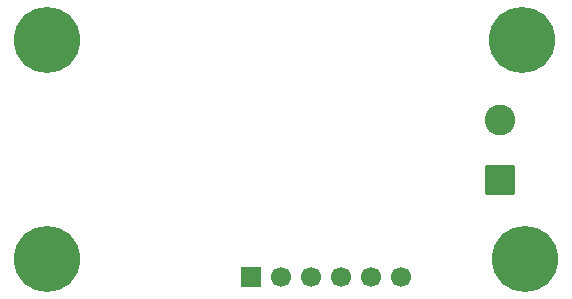
<source format=gbr>
%TF.GenerationSoftware,KiCad,Pcbnew,9.0.3*%
%TF.CreationDate,2025-10-25T21:42:42-05:00*%
%TF.ProjectId,VoltmeterFrontEnd,566f6c74-6d65-4746-9572-46726f6e7445,rev?*%
%TF.SameCoordinates,Original*%
%TF.FileFunction,Soldermask,Bot*%
%TF.FilePolarity,Negative*%
%FSLAX46Y46*%
G04 Gerber Fmt 4.6, Leading zero omitted, Abs format (unit mm)*
G04 Created by KiCad (PCBNEW 9.0.3) date 2025-10-25 21:42:42*
%MOMM*%
%LPD*%
G01*
G04 APERTURE LIST*
G04 Aperture macros list*
%AMRoundRect*
0 Rectangle with rounded corners*
0 $1 Rounding radius*
0 $2 $3 $4 $5 $6 $7 $8 $9 X,Y pos of 4 corners*
0 Add a 4 corners polygon primitive as box body*
4,1,4,$2,$3,$4,$5,$6,$7,$8,$9,$2,$3,0*
0 Add four circle primitives for the rounded corners*
1,1,$1+$1,$2,$3*
1,1,$1+$1,$4,$5*
1,1,$1+$1,$6,$7*
1,1,$1+$1,$8,$9*
0 Add four rect primitives between the rounded corners*
20,1,$1+$1,$2,$3,$4,$5,0*
20,1,$1+$1,$4,$5,$6,$7,0*
20,1,$1+$1,$6,$7,$8,$9,0*
20,1,$1+$1,$8,$9,$2,$3,0*%
G04 Aperture macros list end*
%ADD10C,2.600000*%
%ADD11RoundRect,0.250000X1.050000X-1.050000X1.050000X1.050000X-1.050000X1.050000X-1.050000X-1.050000X0*%
%ADD12C,3.600000*%
%ADD13C,5.600000*%
%ADD14R,1.700000X1.700000*%
%ADD15C,1.700000*%
G04 APERTURE END LIST*
D10*
%TO.C,J15*%
X132417500Y-72217000D03*
D11*
X132417500Y-77297000D03*
%TD*%
D12*
%TO.C,H4*%
X94000000Y-84000000D03*
D13*
X94000000Y-84000000D03*
%TD*%
D12*
%TO.C,H3*%
X134500000Y-84000000D03*
D13*
X134500000Y-84000000D03*
%TD*%
D12*
%TO.C,H2*%
X134250000Y-65500000D03*
D13*
X134250000Y-65500000D03*
%TD*%
D12*
%TO.C,H1*%
X94000000Y-65500000D03*
D13*
X94000000Y-65500000D03*
%TD*%
D14*
%TO.C,J1*%
X111296000Y-85502000D03*
D15*
X113836000Y-85502000D03*
X116376000Y-85502000D03*
X118916000Y-85502000D03*
X121456000Y-85502000D03*
X123996000Y-85502000D03*
%TD*%
M02*

</source>
